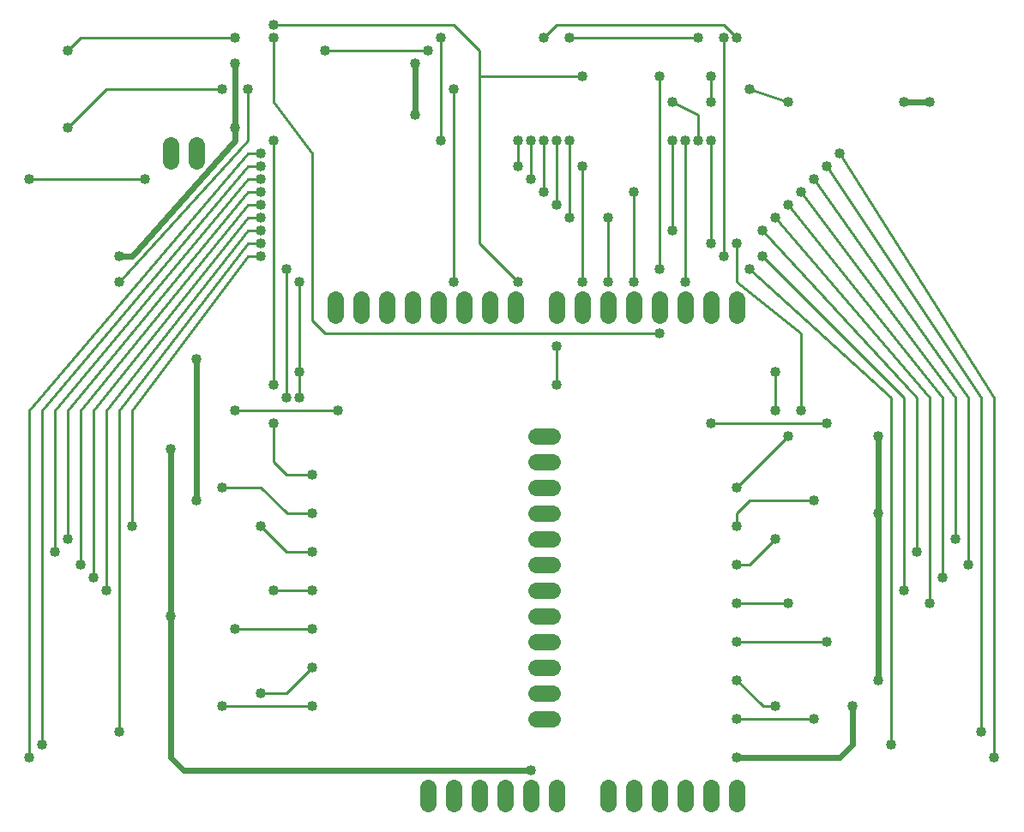
<source format=gbl>
G75*
G70*
%OFA0B0*%
%FSLAX24Y24*%
%IPPOS*%
%LPD*%
%AMOC8*
5,1,8,0,0,1.08239X$1,22.5*
%
%ADD10C,0.0640*%
%ADD11C,0.0400*%
%ADD12C,0.0240*%
%ADD13C,0.0100*%
D10*
X016722Y001234D02*
X016722Y001874D01*
X017722Y001874D02*
X017722Y001234D01*
X018722Y001234D02*
X018722Y001874D01*
X019722Y001874D02*
X019722Y001234D01*
X020722Y001234D02*
X020722Y001874D01*
X021722Y001874D02*
X021722Y001234D01*
X023722Y001234D02*
X023722Y001874D01*
X024722Y001874D02*
X024722Y001234D01*
X025722Y001234D02*
X025722Y001874D01*
X026722Y001874D02*
X026722Y001234D01*
X027722Y001234D02*
X027722Y001874D01*
X028722Y001874D02*
X028722Y001234D01*
X021542Y004554D02*
X020902Y004554D01*
X020902Y005554D02*
X021542Y005554D01*
X021542Y006554D02*
X020902Y006554D01*
X020902Y007554D02*
X021542Y007554D01*
X021542Y008554D02*
X020902Y008554D01*
X020902Y009554D02*
X021542Y009554D01*
X021542Y010554D02*
X020902Y010554D01*
X020902Y011554D02*
X021542Y011554D01*
X021542Y012554D02*
X020902Y012554D01*
X020902Y013554D02*
X021542Y013554D01*
X021542Y014554D02*
X020902Y014554D01*
X020902Y015554D02*
X021542Y015554D01*
X021722Y020234D02*
X021722Y020874D01*
X022722Y020874D02*
X022722Y020234D01*
X023722Y020234D02*
X023722Y020874D01*
X024722Y020874D02*
X024722Y020234D01*
X025722Y020234D02*
X025722Y020874D01*
X026722Y020874D02*
X026722Y020234D01*
X027722Y020234D02*
X027722Y020874D01*
X028722Y020874D02*
X028722Y020234D01*
X020122Y020234D02*
X020122Y020874D01*
X019122Y020874D02*
X019122Y020234D01*
X018122Y020234D02*
X018122Y020874D01*
X017122Y020874D02*
X017122Y020234D01*
X016122Y020234D02*
X016122Y020874D01*
X015122Y020874D02*
X015122Y020234D01*
X014122Y020234D02*
X014122Y020874D01*
X013122Y020874D02*
X013122Y020234D01*
X007722Y026234D02*
X007722Y026874D01*
X006722Y026874D02*
X006722Y026234D01*
D11*
X001222Y003054D03*
X001722Y003554D03*
X004722Y004054D03*
X008722Y005054D03*
X010222Y005554D03*
X012222Y005054D03*
X012222Y006554D03*
X012222Y008054D03*
X012222Y009554D03*
X010722Y009554D03*
X012222Y011054D03*
X012222Y012554D03*
X012222Y014054D03*
X010222Y012054D03*
X008722Y013554D03*
X007722Y013054D03*
X005222Y012054D03*
X003222Y010554D03*
X003722Y010054D03*
X004222Y009554D03*
X002222Y011054D03*
X002722Y011554D03*
X006722Y008554D03*
X009222Y008054D03*
X006722Y015054D03*
X009222Y016554D03*
X010722Y016054D03*
X011222Y017054D03*
X011722Y017054D03*
X010722Y017554D03*
X011722Y018054D03*
X013222Y016554D03*
X007722Y018554D03*
X004722Y021554D03*
X004722Y022554D03*
X005722Y025554D03*
X002722Y027554D03*
X001222Y025554D03*
X002722Y030554D03*
X008722Y029054D03*
X009722Y029054D03*
X009222Y030054D03*
X009222Y031054D03*
X010722Y031054D03*
X010722Y031554D03*
X012722Y030554D03*
X016222Y030054D03*
X016722Y030554D03*
X017222Y031054D03*
X017722Y029054D03*
X016222Y028054D03*
X017222Y027054D03*
X020222Y027054D03*
X020722Y027054D03*
X021222Y027054D03*
X021722Y027054D03*
X022222Y027054D03*
X022722Y026054D03*
X021722Y024554D03*
X021222Y025054D03*
X020722Y025554D03*
X020222Y026054D03*
X022222Y024054D03*
X023722Y024054D03*
X024722Y025054D03*
X026222Y023554D03*
X027722Y023054D03*
X028222Y022554D03*
X028722Y023054D03*
X029722Y022554D03*
X029222Y022054D03*
X029722Y023554D03*
X030222Y024054D03*
X030722Y024554D03*
X031222Y025054D03*
X031722Y025554D03*
X032222Y026054D03*
X032722Y026554D03*
X030722Y028554D03*
X029222Y029054D03*
X027722Y028554D03*
X027722Y029554D03*
X026222Y028554D03*
X025722Y029554D03*
X027222Y031054D03*
X028222Y031054D03*
X028722Y031054D03*
X027722Y027054D03*
X027222Y027054D03*
X026722Y027054D03*
X026222Y027054D03*
X022722Y029554D03*
X022222Y031054D03*
X021222Y031054D03*
X010722Y027054D03*
X010222Y026554D03*
X010222Y026054D03*
X010222Y025554D03*
X010222Y025054D03*
X010222Y024554D03*
X010222Y024054D03*
X010222Y023554D03*
X010222Y023054D03*
X010222Y022554D03*
X011222Y022054D03*
X011722Y021554D03*
X017722Y021554D03*
X020222Y021554D03*
X022722Y021554D03*
X023722Y021554D03*
X024722Y021554D03*
X025722Y022054D03*
X026722Y021554D03*
X025722Y019554D03*
X027722Y016054D03*
X030222Y016554D03*
X031222Y016554D03*
X032222Y016054D03*
X030722Y015554D03*
X028722Y013554D03*
X028722Y012054D03*
X028722Y010554D03*
X030222Y011554D03*
X031722Y013054D03*
X034222Y012554D03*
X035722Y011054D03*
X036722Y010054D03*
X036222Y009054D03*
X035222Y009554D03*
X037222Y011554D03*
X037722Y010554D03*
X034222Y006054D03*
X033222Y005054D03*
X031722Y004554D03*
X030222Y005054D03*
X028722Y004554D03*
X028722Y003054D03*
X028722Y006054D03*
X028722Y007554D03*
X028722Y009054D03*
X030722Y009054D03*
X032222Y007554D03*
X034722Y003554D03*
X038222Y004054D03*
X038722Y003054D03*
X034222Y015554D03*
X030222Y018054D03*
X021722Y017554D03*
X021722Y019054D03*
X009222Y027554D03*
X035222Y028554D03*
X036222Y028554D03*
X020722Y002554D03*
D12*
X007222Y002554D01*
X006722Y003054D01*
X006722Y008554D01*
X006722Y015054D01*
X007722Y013054D02*
X007722Y018554D01*
X005222Y022554D02*
X004722Y022554D01*
X005222Y022554D02*
X009222Y027054D01*
X009222Y027554D01*
X009222Y030054D01*
X016222Y030054D02*
X016222Y028054D01*
X034222Y015554D02*
X034222Y012554D01*
X034222Y006054D01*
X033222Y005054D02*
X033222Y003554D01*
X032722Y003054D01*
X028722Y003054D01*
X035222Y028554D02*
X036222Y028554D01*
D13*
X032722Y026554D02*
X038722Y017054D01*
X038722Y003054D01*
X038222Y004054D02*
X038222Y017054D01*
X032222Y026054D01*
X031722Y025554D02*
X037722Y017054D01*
X037722Y010554D01*
X036722Y010054D02*
X036722Y017054D01*
X030722Y024554D01*
X031222Y025054D02*
X037222Y017054D01*
X037222Y011554D01*
X035722Y011054D02*
X035722Y017054D01*
X029722Y023554D01*
X030222Y024054D02*
X036222Y017054D01*
X036222Y009054D01*
X035222Y009554D02*
X035222Y017054D01*
X029722Y022554D01*
X029222Y022054D02*
X034722Y017054D01*
X034722Y003554D01*
X031722Y004554D02*
X028722Y004554D01*
X029692Y005084D02*
X028722Y006054D01*
X029692Y005083D02*
X029704Y005073D01*
X029718Y005065D01*
X029732Y005059D01*
X029747Y005055D01*
X029763Y005054D01*
X030222Y005054D01*
X028722Y007554D02*
X032222Y007554D01*
X030722Y009054D02*
X028722Y009054D01*
X028722Y010554D02*
X029222Y010554D01*
X030222Y011554D01*
X028722Y012054D02*
X028722Y012554D01*
X029222Y013054D01*
X031722Y013054D01*
X030722Y015554D02*
X028722Y013554D01*
X027722Y016054D02*
X032222Y016054D01*
X031222Y016554D02*
X031222Y019554D01*
X028722Y021554D01*
X028722Y023054D01*
X028222Y022554D02*
X028222Y031054D01*
X028222Y031554D02*
X028722Y031054D01*
X028222Y031554D02*
X021722Y031554D01*
X021222Y031054D01*
X022222Y031054D02*
X027222Y031054D01*
X027722Y029554D02*
X027722Y028554D01*
X027222Y028054D02*
X026222Y028554D01*
X027222Y028054D02*
X027222Y027054D01*
X027722Y027054D02*
X027722Y023054D01*
X026222Y023554D02*
X026222Y027054D01*
X026722Y027054D02*
X026722Y021554D01*
X025722Y022054D02*
X025722Y029554D01*
X022722Y029554D02*
X018722Y029554D01*
X018722Y030554D01*
X017722Y031554D01*
X010722Y031554D01*
X010722Y031054D02*
X010722Y028554D01*
X012222Y026554D01*
X012222Y020054D01*
X012722Y019554D01*
X025722Y019554D01*
X024722Y021554D02*
X024722Y025054D01*
X023722Y024054D02*
X023722Y021554D01*
X022722Y021554D02*
X022722Y026054D01*
X022222Y027054D02*
X022222Y024054D01*
X021722Y024554D02*
X021722Y027054D01*
X021222Y027054D02*
X021222Y025054D01*
X020722Y025554D02*
X020722Y027054D01*
X020222Y027054D02*
X020222Y026054D01*
X017222Y027054D02*
X017222Y031054D01*
X016722Y030554D02*
X012722Y030554D01*
X009722Y029054D02*
X009722Y027054D01*
X004722Y021554D01*
X005722Y025554D02*
X001222Y025554D01*
X002722Y027554D02*
X004222Y029054D01*
X008722Y029054D01*
X010722Y027054D02*
X010722Y017554D01*
X011222Y017054D02*
X011222Y022054D01*
X011722Y021554D02*
X011722Y018054D01*
X011722Y017054D01*
X011722Y018054D01*
X013222Y016554D02*
X009222Y016554D01*
X010722Y016054D02*
X010722Y014554D01*
X011222Y014054D01*
X012222Y014054D01*
X012222Y012554D02*
X011263Y012554D01*
X011192Y012584D02*
X010222Y013554D01*
X008722Y013554D01*
X010222Y012054D02*
X011222Y011054D01*
X012222Y011054D01*
X012222Y009554D02*
X010722Y009554D01*
X009222Y008054D02*
X012222Y008054D01*
X012222Y006554D02*
X011251Y005584D01*
X011180Y005554D02*
X010222Y005554D01*
X011180Y005554D02*
X011196Y005555D01*
X011211Y005559D01*
X011225Y005565D01*
X011239Y005573D01*
X011251Y005583D01*
X012222Y005054D02*
X008722Y005054D01*
X004722Y004054D02*
X004722Y016554D01*
X009722Y023054D01*
X010222Y023054D01*
X010222Y022554D02*
X009722Y022554D01*
X005222Y016554D01*
X005222Y012054D01*
X003222Y010554D02*
X003222Y016554D01*
X009722Y024554D01*
X010222Y024554D01*
X010222Y025054D02*
X009722Y025054D01*
X002722Y016554D01*
X002722Y011554D01*
X002222Y011054D02*
X002222Y016554D01*
X009722Y025554D01*
X010222Y025554D01*
X010222Y026054D02*
X009722Y026054D01*
X001722Y016554D01*
X001722Y003554D01*
X001222Y003054D02*
X001222Y016554D01*
X009722Y026554D01*
X010222Y026554D01*
X010222Y024054D02*
X009722Y024054D01*
X003722Y016554D01*
X003722Y010054D01*
X004222Y009554D02*
X004222Y016554D01*
X009722Y023554D01*
X010222Y023554D01*
X017722Y021554D02*
X017722Y029054D01*
X018722Y029554D02*
X018722Y023054D01*
X020222Y021554D01*
X021722Y019054D02*
X021722Y017554D01*
X030222Y018054D02*
X030222Y016554D01*
X030722Y028554D02*
X029222Y029054D01*
X009222Y031054D02*
X003222Y031054D01*
X002722Y030554D01*
X011192Y012583D02*
X011204Y012573D01*
X011218Y012565D01*
X011232Y012559D01*
X011247Y012555D01*
X011263Y012554D01*
M02*

</source>
